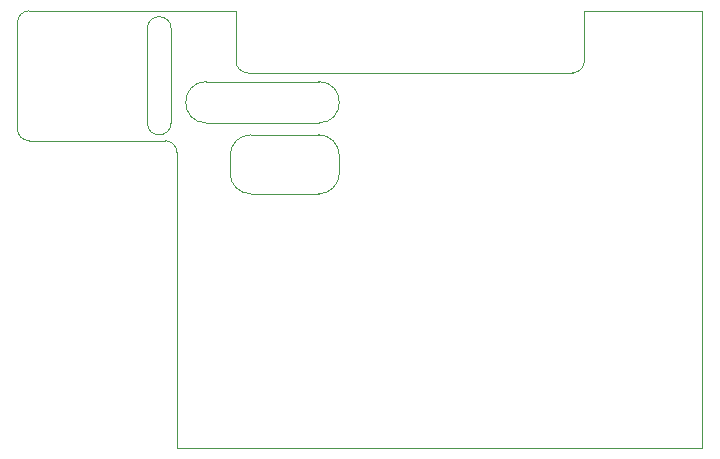
<source format=gbr>
%TF.GenerationSoftware,KiCad,Pcbnew,(6.0.2-0)*%
%TF.CreationDate,2022-03-09T14:02:06+00:00*%
%TF.ProjectId,EnvMon2,456e764d-6f6e-4322-9e6b-696361645f70,4*%
%TF.SameCoordinates,Original*%
%TF.FileFunction,Profile,NP*%
%FSLAX46Y46*%
G04 Gerber Fmt 4.6, Leading zero omitted, Abs format (unit mm)*
G04 Created by KiCad (PCBNEW (6.0.2-0)) date 2022-03-09 14:02:06*
%MOMM*%
%LPD*%
G01*
G04 APERTURE LIST*
%TA.AperFunction,Profile*%
%ADD10C,0.050000*%
%TD*%
G04 APERTURE END LIST*
D10*
X99000000Y-74000000D02*
X87500000Y-74000000D01*
X99500000Y-64500000D02*
G75*
G03*
X97500000Y-64500000I-1000000J0D01*
G01*
X134500000Y-67250000D02*
X134500000Y-63000000D01*
X113750000Y-75250000D02*
G75*
G03*
X112000000Y-73500000I-1750000J0D01*
G01*
X106000000Y-68250000D02*
X133500000Y-68250000D01*
X87500000Y-63000000D02*
G75*
G03*
X86500000Y-64000000I-1J-999999D01*
G01*
X105000000Y-67250000D02*
G75*
G03*
X106000000Y-68250000I999999J-1D01*
G01*
X133500000Y-68250000D02*
G75*
G03*
X134500000Y-67250000I1J999999D01*
G01*
X86500000Y-73000000D02*
X86500000Y-64000000D01*
X100000000Y-100000000D02*
X144500000Y-100000000D01*
X97500000Y-64500000D02*
X97500000Y-72500000D01*
X86500000Y-73000000D02*
G75*
G03*
X87500000Y-74000000I999999J-1D01*
G01*
X144500000Y-100000000D02*
X144500000Y-63000000D01*
X104500000Y-76750000D02*
G75*
G03*
X106250000Y-78500000I1750000J0D01*
G01*
X106250000Y-73500000D02*
G75*
G03*
X104500000Y-75250000I0J-1750000D01*
G01*
X106250000Y-78500000D02*
X112000000Y-78500000D01*
X99500000Y-64500000D02*
X99500000Y-72500000D01*
X134500000Y-63000000D02*
X144500000Y-63000000D01*
X102500000Y-72500000D02*
X112000000Y-72500000D01*
X113750000Y-75250000D02*
X113750000Y-76750000D01*
X112000000Y-69000000D02*
X102500000Y-69000000D01*
X112000000Y-73500000D02*
X106250000Y-73500000D01*
X102500000Y-69000000D02*
G75*
G03*
X102500000Y-72500000I0J-1750000D01*
G01*
X112000000Y-72500000D02*
G75*
G03*
X112000000Y-69000000I0J1750000D01*
G01*
X105000000Y-63000000D02*
X87500000Y-63000000D01*
X104500000Y-75250000D02*
X104500000Y-76750000D01*
X97500000Y-72500000D02*
G75*
G03*
X99500000Y-72500000I1000000J0D01*
G01*
X100000000Y-75000000D02*
X100000000Y-100000000D01*
X112000000Y-78500000D02*
G75*
G03*
X113750000Y-76750000I0J1750000D01*
G01*
X100000000Y-75000000D02*
G75*
G03*
X99000000Y-74000000I-999999J1D01*
G01*
X105000000Y-63000000D02*
X105000000Y-67250000D01*
M02*

</source>
